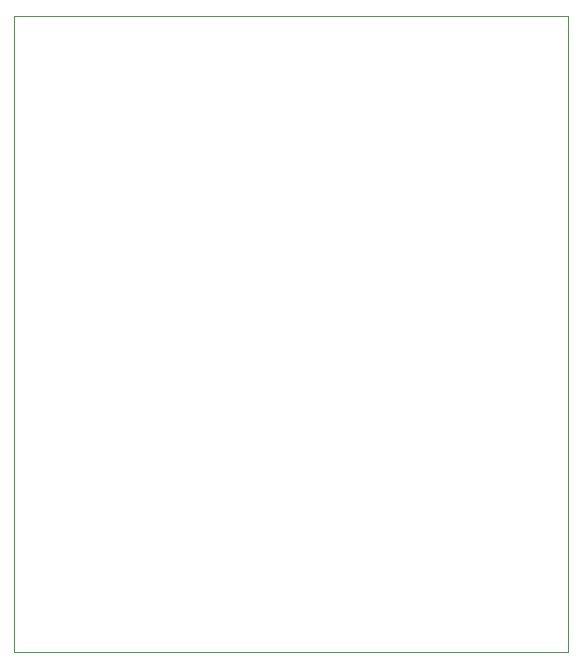
<source format=gbr>
G04 ===== Begin FILE IDENTIFICATION =====*
G04 File Format:  Gerber RS274X*
G04 ===== End FILE IDENTIFICATION =====*
%FSLAX24Y24*%
%MOIN*%
%SFA1.0000B1.0000*%
%OFA0.0B0.0*%
%ADD14C,0.000001*%
%LNbound*%
%IPPOS*%
%LPD*%
G75*
D14*
G01X18071Y19244D02*
G01X-394D01*
G01X18071Y-1969D02*
G01Y19244D01*
G01X-394Y-1969D02*
G01X18071D01*
G01X-394Y19244D02*
G01Y-1969D01*
M02*


</source>
